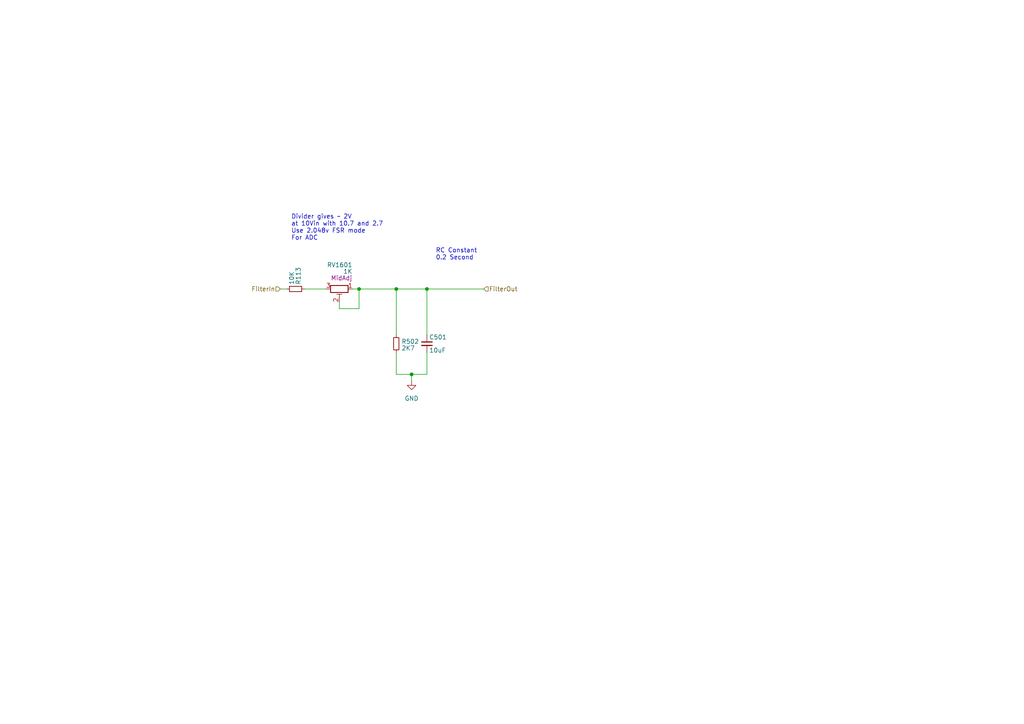
<source format=kicad_sch>
(kicad_sch (version 20230121) (generator eeschema)
  (paper "A4")
  (lib_symbols
    (symbol "Device:R_Potentiometer_Trim" (pin_names (offset 1.016) hide)
      (property "Reference" "RV" (at -4.445 0 90))
      (property "Value" "R_Potentiometer_Trim" (at -2.54 0 90))
      (symbol "R_Potentiometer_Trim_0_1"
        (polyline (pts (xy 1.524 0.762) (xy 1.524 -0.762)))
        (polyline (pts (xy 2.54 0) (xy 1.524 0)))
        (rectangle (start 1.016 2.54) (end -1.016 -2.54) (stroke (width 0.254)))
      )
      (symbol "R_Potentiometer_Trim_1_1"
        (pin passive line (at 0 3.81 270) (length 1.27) (name "1") (number "1"))
        (pin passive line (at 3.81 0 180) (length 1.27) (name "2") (number "2"))
        (pin passive line (at 0 -3.81 90) (length 1.27) (name "3") (number "3"))
      )
    )
    (symbol "Device:R_Small" (pin_numbers hide) (pin_names (offset 0.254) hide)
      (property "Reference" "R" (at 0.762 0.508 0))
      (property "Value" "R_Small" (at 0.762 -1.016 0))
      (symbol "R_Small_0_1"
        (rectangle (start -0.762 1.778) (end 0.762 -1.778) (stroke (width 0.2032)))
      )
      (symbol "R_Small_1_1"
        (pin passive line (at 0 2.54 270) (length 0.762) (name "~") (number "1"))
        (pin passive line (at 0 -2.54 90) (length 0.762) (name "~") (number "2"))
      )
    )
    (symbol "PGD-Library:C_Small" (pin_numbers hide) (pin_names (offset 0.254) hide)
      (property "Reference" "C" (at 0.254 1.778 0))
      (property "Value" "C_Small" (at 0.254 -2.032 0))
      (symbol "C_Small_0_1"
        (polyline (pts (xy -1.524 -0.508) (xy 1.524 -0.508)) (stroke (width 0.3302)))
        (polyline (pts (xy -1.524 0.508) (xy 1.524 0.508)) (stroke (width 0.3048)))
      )
      (symbol "C_Small_1_1"
        (pin passive line (at 0 2.54 270) (length 2.032) (name "~") (number "1"))
        (pin passive line (at 0 -2.54 90) (length 2.032) (name "~") (number "2"))
      )
    )
    (symbol "PGD-Library:R_Small" (pin_numbers hide) (pin_names (offset 0.254) hide)
      (property "Reference" "R" (at 0.762 0.508 0))
      (property "Value" "R_Small" (at 0.762 -1.016 0))
      (symbol "R_Small_0_1"
        (rectangle (start -0.762 1.778) (end 0.762 -1.778) (stroke (width 0.2032)))
      )
      (symbol "R_Small_1_1"
        (pin passive line (at 0 2.54 270) (length 0.762) (name "~") (number "1"))
        (pin passive line (at 0 -2.54 90) (length 0.762) (name "~") (number "2"))
      )
    )
    (symbol "power:GND" (power) (pin_names (offset 0))
      (property "Value" "GND" (at 0 -3.81 0))
      (symbol "GND_0_1"
        (polyline (pts (xy 0 0) (xy 0 -1.27) (xy 1.27 -1.27) (xy 0 -2.54) (xy -1.27 -1.27) (xy 0 -1.27)))
      )
      (symbol "GND_1_1"
        (pin power_in line (at 0 0 270) (length 0) hide (name "GND") (number "1"))
      )
    )
  )
  (junction (at 119.38 108.585))
  (junction (at 104.14 83.82))
  (junction (at 114.935 83.82))
  (junction (at 123.825 83.82))
  (wire (pts (xy 102.235 83.82) (xy 104.14 83.82)))
  (wire (pts (xy 114.935 102.235) (xy 114.935 108.585)))
  (wire (pts (xy 123.825 102.235) (xy 123.825 108.585)))
  (wire (pts (xy 119.38 108.585) (xy 123.825 108.585)))
  (wire (pts (xy 88.265 83.82) (xy 94.615 83.82)))
  (wire (pts (xy 81.28 83.82) (xy 83.185 83.82)))
  (wire (pts (xy 114.935 108.585) (xy 119.38 108.585)))
  (wire (pts (xy 119.38 108.585) (xy 119.38 110.49)))
  (wire (pts (xy 123.825 83.82) (xy 140.335 83.82)))
  (wire (pts (xy 98.425 87.63) (xy 98.425 89.535)))
  (wire (pts (xy 98.425 89.535) (xy 104.14 89.535)))
  (wire (pts (xy 114.935 83.82) (xy 123.825 83.82)))
  (wire (pts (xy 104.14 83.82) (xy 114.935 83.82)))
  (wire (pts (xy 123.825 83.82) (xy 123.825 97.155)))
  (wire (pts (xy 104.14 83.82) (xy 104.14 89.535)))
  (wire (pts (xy 114.935 83.82) (xy 114.935 97.155)))
  (text "Divider gives ~ 2V \nat 10Vin with 10.7 and 2.7\nUse 2.048v FSR mode\nFor ADC" (at 84.455 69.85 0) (effects (font (size 1.27 1.27)) (justify left bottom)))
  (text "RC Constant \n0.2 Second" (at 126.365 75.565 0) (effects (font (size 1.27 1.27)) (justify left bottom)))
  (hierarchical_label "FilterOut" (shape input) (at 140.335 83.82 0))
  (hierarchical_label "FilterIn" (shape input) (at 81.28 83.82 180))
  (symbol (lib_id "Device:R_Small") (at 114.935 99.695 180) (unit 1)
    (property "Reference" "R502" (at 116.4336 99.0513 0) (effects (justify right)))
    (property "Value" "2K7" (at 116.4336 100.9723 0) (effects (justify right)))
    (property "Footprint" "Resistor_SMD:R_0805_2012Metric" (effects hide))
    (property "LCSC Part" "C17530" (effects hide))
    (property "JLC Part" "Basic Part" (effects hide))
    (instances (project "PiraniGaugeDisplay" (path "" (reference "R502") (unit 1)) (path "" (reference "R602") (unit 1))))
  )
  (symbol (lib_id "power:GND") (at 119.38 110.49 0) (unit 1)
    (property "Reference" "#PWR0501" (effects hide))
    (property "Value" "GND" (at 119.38 115.57 0))
    (instances (project "PiraniGaugeDisplay" (path "" (reference "#PWR0501") (unit 1)) (path "" (reference "#PWR0601") (unit 1))) (project "Bincorp_485JoystickControllerV1" (path "" (reference "#PWR0112") (unit 1))) (project "CAN-CalibratedTempProbeV1R1" (path "" (reference "#PWR0108") (unit 1))))
  )
  (symbol (lib_id "Device:R_Potentiometer_Trim") (at 98.425 83.82 270) (unit 1)
    (property "Reference" "RV1601" (at 102.235 76.835 90) (effects (justify right)))
    (property "Value" "1K" (at 102.235 78.74 90) (effects (justify right)))
    (property "Footprint" "Potentiometer_THT:Potentiometer_Bourns_3296Y_Vertical" (effects hide))
    (property "Label" "MidAdj" (at 99.06 80.645 90))
    (property "LCSC Part" "C83688" (effects hide))
    (property "JLC Part" "Extended Part" (effects hide))
    (instances (project "PiraniGaugeDisplay" (path "" (reference "RV1601") (unit 1)) (path "" (reference "RV801") (unit 1)) (path "" (reference "RV501") (unit 1)) (path "" (reference "RV601") (unit 1))))
  )
  (symbol (lib_id "PGD-Library:R_Small") (at 85.725 83.82 270) (unit 1)
    (property "Reference" "R113" (at 86.5201 80.0092 0))
    (property "Value" "10K" (at 84.6151 80.6442 0))
    (property "Footprint" "Resistor_SMD:R_0805_2012Metric" (effects hide))
    (property "LCSC Part" "C17414" (effects hide))
    (property "JLC Part" "Basic Part" (effects hide))
    (instances (project "PiraniGaugeDisplay" (path "" (reference "R113") (unit 1)) (path "" (reference "R501") (unit 1)) (path "" (reference "R601") (unit 1))) (project "Output_6Ch_SoftLimits" (path "" (reference "R201") (unit 1))) (project "Bincorp_485JoystickControllerV1" (path "" (reference "R123") (unit 1))) (project "Output_2ch_FaultTolerant" (path "" (reference "R202") (unit 1)) (path "" (reference "R402") (unit 1)) (path "" (reference "R303") (unit 1)) (path "" (reference "R603") (unit 1)) (path "" (reference "R503") (unit 1))))
  )
  (symbol (lib_id "PGD-Library:C_Small") (at 123.825 99.695 0) (unit 1)
    (property "Reference" "C501" (at 124.46 97.79 0) (effects (justify left)))
    (property "Value" "10uF" (at 124.46 101.6 0) (effects (justify left)))
    (property "Footprint" "Capacitor_SMD:C_1206_3216Metric" (effects hide))
    (property "LCSC Part" "C13585" (effects hide))
    (property "JLC Part" "Basic Part" (effects hide))
    (instances (project "PiraniGaugeDisplay" (path "" (reference "C501") (unit 1)) (path "" (reference "C601") (unit 1))) (project "CAN-CalibratedTempProbeV1R1" (path "" (reference "C103") (unit 1))) (project "PowerConditionerPCB_V1" (path "" (reference "C601") (unit 1))))
  )
)
</source>
